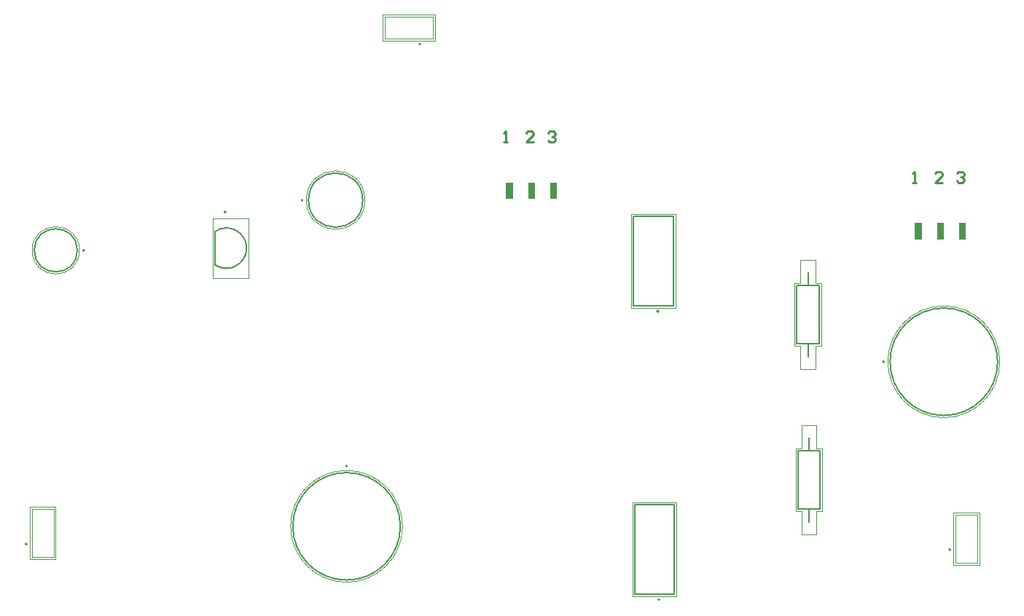
<source format=gbo>
G04*
G04 #@! TF.GenerationSoftware,Altium Limited,Altium Designer,22.1.2 (22)*
G04*
G04 Layer_Color=32896*
%FSLAX44Y44*%
%MOMM*%
G71*
G04*
G04 #@! TF.SameCoordinates,19965E84-46C0-4100-99EA-0F3305BD4A74*
G04*
G04*
G04 #@! TF.FilePolarity,Positive*
G04*
G01*
G75*
%ADD10C,0.1270*%
%ADD11C,0.2000*%
%ADD13C,0.2540*%
%ADD14C,0.1000*%
%ADD15C,0.0500*%
G36*
X1040130Y859680D02*
X1032461D01*
Y878840D01*
X1040130D01*
Y859680D01*
D02*
G37*
G36*
X1065530Y859674D02*
X1057903D01*
Y878840D01*
X1065530D01*
Y859674D01*
D02*
G37*
G36*
X1090930Y859749D02*
X1083323D01*
Y878840D01*
X1090930D01*
Y859749D01*
D02*
G37*
G36*
X1515110Y812690D02*
X1507441D01*
Y831850D01*
X1515110D01*
Y812690D01*
D02*
G37*
G36*
X1540510Y812684D02*
X1532883D01*
Y831850D01*
X1540510D01*
Y812684D01*
D02*
G37*
G36*
X1565910Y812759D02*
X1558303D01*
Y831850D01*
X1565910D01*
Y812759D01*
D02*
G37*
G54D10*
X693991Y783390D02*
G03*
X693991Y821890I13479J19250D01*
G01*
X865890Y858520D02*
G03*
X865890Y858520I-31500J0D01*
G01*
X1603410Y670560D02*
G03*
X1603410Y670560I-62500J0D01*
G01*
X909590Y479190D02*
G03*
X909590Y479190I-62500J0D01*
G01*
X534270Y800100D02*
G03*
X534270Y800100I-25000J0D01*
G01*
X693970Y783405D02*
Y821875D01*
X1181710Y400220D02*
Y504220D01*
X1227710D01*
Y400220D02*
Y504220D01*
X1181710Y400220D02*
X1227710D01*
X1371300Y499400D02*
X1384300D01*
X1397300D01*
Y567400D01*
X1384300D02*
X1397300D01*
X1371300D02*
X1384300D01*
X1371300Y499400D02*
Y567400D01*
X1384300Y484400D02*
Y499400D01*
Y567400D02*
Y582400D01*
X1180440Y735500D02*
Y839500D01*
X1226440D01*
Y735500D02*
Y839500D01*
X1180440Y735500D02*
X1226440D01*
X1370030Y691170D02*
X1383030D01*
X1396030D01*
Y759170D01*
X1383030D02*
X1396030D01*
X1370030D02*
X1383030D01*
X1370030Y691170D02*
Y759170D01*
X1383030Y676170D02*
Y691170D01*
Y759170D02*
Y774170D01*
G54D11*
X706920Y844640D02*
G03*
X706920Y844640I-1000J0D01*
G01*
X475830Y458470D02*
G03*
X475830Y458470I-1000J0D01*
G01*
X1210850Y393990D02*
G03*
X1210850Y393990I-1000J0D01*
G01*
X1209580Y729270D02*
G03*
X1209580Y729270I-1000J0D01*
G01*
X1548980Y452120D02*
G03*
X1548980Y452120I-1000J0D01*
G01*
X796390Y858520D02*
G03*
X796390Y858520I-1000J0D01*
G01*
X1471910Y670560D02*
G03*
X1471910Y670560I-1000J0D01*
G01*
X848090Y549190D02*
G03*
X848090Y549190I-1000J0D01*
G01*
X542770Y800100D02*
G03*
X542770Y800100I-1000J0D01*
G01*
X933180Y1039980D02*
G03*
X933180Y1039980I-1000J0D01*
G01*
G54D13*
X1555773Y889433D02*
X1557891Y891551D01*
X1562128D01*
X1564247Y889433D01*
Y887314D01*
X1562128Y885195D01*
X1560010D01*
X1562128D01*
X1564247Y883077D01*
Y880958D01*
X1562128Y878840D01*
X1557891D01*
X1555773Y880958D01*
X1538815Y878840D02*
X1530347D01*
X1538815Y887309D01*
Y889426D01*
X1536698Y891543D01*
X1532464D01*
X1530347Y889426D01*
X1504892Y878840D02*
X1509132D01*
X1507012D01*
Y891559D01*
X1504892Y889439D01*
X1080793Y936423D02*
X1082911Y938541D01*
X1087148D01*
X1089267Y936423D01*
Y934304D01*
X1087148Y932186D01*
X1085030D01*
X1087148D01*
X1089267Y930067D01*
Y927949D01*
X1087148Y925830D01*
X1082911D01*
X1080793Y927949D01*
X1063835Y925830D02*
X1055367D01*
X1063835Y934299D01*
Y936416D01*
X1061718Y938533D01*
X1057484D01*
X1055367Y936416D01*
X1029912Y925830D02*
X1034152D01*
X1032032D01*
Y938549D01*
X1029912Y936429D01*
G54D14*
X481330Y443220D02*
X506730D01*
Y499120D01*
X481330D02*
X506730D01*
X481330Y443220D02*
Y499120D01*
X1554480Y436870D02*
X1579880D01*
Y492770D01*
X1554480D02*
X1579880D01*
X1554480Y436870D02*
Y492770D01*
X947430Y1046480D02*
Y1071880D01*
X891530D02*
X947430D01*
X891530Y1046480D02*
Y1071880D01*
Y1046480D02*
X947430D01*
G54D15*
X868390Y858520D02*
G03*
X868390Y858520I-34000J0D01*
G01*
X1605910Y670560D02*
G03*
X1605910Y670560I-65000J0D01*
G01*
X912090Y479190D02*
G03*
X912090Y479190I-65000J0D01*
G01*
X536770Y800100D02*
G03*
X536770Y800100I-27500J0D01*
G01*
X733470Y768140D02*
Y837140D01*
X691470Y768140D02*
X733470D01*
X691470D02*
Y837140D01*
X733470D01*
X478830Y440720D02*
X509230D01*
Y501620D01*
X478830D02*
X509230D01*
X478830Y440720D02*
Y501620D01*
X1179210Y397720D02*
Y506720D01*
X1230210D01*
Y397720D02*
Y506720D01*
X1179210Y397720D02*
X1230210D01*
X1375800Y469900D02*
Y496900D01*
X1368800D02*
X1375800D01*
X1368800D02*
Y569900D01*
X1375800D01*
Y596900D01*
X1392800D01*
Y569900D02*
Y596900D01*
Y569900D02*
X1399800D01*
Y496900D02*
Y569900D01*
X1392800Y496900D02*
X1399800D01*
X1392800Y469900D02*
Y496900D01*
X1375800Y469900D02*
X1392800D01*
X1177940Y733000D02*
Y842000D01*
X1228940D01*
Y733000D02*
Y842000D01*
X1177940Y733000D02*
X1228940D01*
X1551980Y434370D02*
X1582380D01*
Y495270D01*
X1551980D02*
X1582380D01*
X1551980Y434370D02*
Y495270D01*
X949930Y1043980D02*
Y1074380D01*
X889030D02*
X949930D01*
X889030Y1043980D02*
Y1074380D01*
Y1043980D02*
X949930D01*
X1374530Y661670D02*
Y688670D01*
X1367530D02*
X1374530D01*
X1367530D02*
Y761670D01*
X1374530D01*
Y788670D01*
X1391530D01*
Y761670D02*
Y788670D01*
Y761670D02*
X1398530D01*
Y688670D02*
Y761670D01*
X1391530Y688670D02*
X1398530D01*
X1391530Y661670D02*
Y688670D01*
X1374530Y661670D02*
X1391530D01*
M02*

</source>
